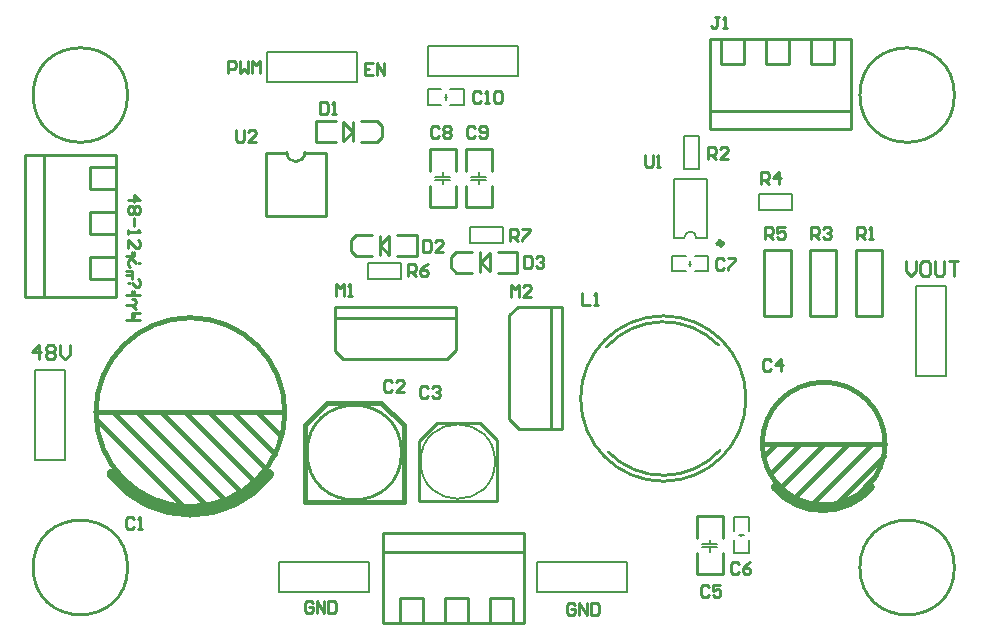
<source format=gto>
G04*
G04 #@! TF.GenerationSoftware,Altium Limited,Altium Designer,20.1.10 (176)*
G04*
G04 Layer_Color=65535*
%FSLAX25Y25*%
%MOIN*%
G70*
G04*
G04 #@! TF.SameCoordinates,0441287F-5BD0-46D5-AAFD-36AB4F102E54*
G04*
G04*
G04 #@! TF.FilePolarity,Positive*
G04*
G01*
G75*
%ADD10C,0.01000*%
%ADD11C,0.03937*%
%ADD12C,0.01500*%
%ADD13C,0.00787*%
%ADD14C,0.02900*%
%ADD15C,0.01968*%
%ADD16C,0.00800*%
%ADD17C,0.00600*%
D10*
X126748Y58000D02*
G03*
X126748Y58000I-15748J0D01*
G01*
X35433Y19685D02*
G03*
X35433Y19685I-15748J0D01*
G01*
X311024Y177165D02*
G03*
X311024Y177165I-15748J0D01*
G01*
X35433Y177165D02*
G03*
X35433Y177165I-15748J0D01*
G01*
X311024Y19685D02*
G03*
X311024Y19685I-15748J0D01*
G01*
X195611Y58204D02*
G03*
X232936Y58786I18389J17796D01*
G01*
X232389Y93796D02*
G03*
X195064Y93214I-18389J-17796D01*
G01*
X241559Y76000D02*
G03*
X241559Y76000I-27559J0D01*
G01*
X88500Y158000D02*
G03*
X94500Y158000I3000J0D01*
G01*
X109800Y125200D02*
Y128800D01*
Y125200D02*
X111500Y123500D01*
X116750D01*
X111500Y130500D02*
X116750D01*
X109800Y128800D02*
X111500Y130500D01*
X119440Y123830D02*
Y130310D01*
X131750Y123500D02*
Y130500D01*
X125250D02*
X131750D01*
X125250Y123500D02*
X131750D01*
X119440Y127150D02*
X122640Y123950D01*
Y130120D01*
X119600Y127080D02*
X122640Y130120D01*
X143300Y119700D02*
Y123300D01*
Y119700D02*
X145000Y118000D01*
X150250D01*
X145000Y125000D02*
X150250D01*
X143300Y123300D02*
X145000Y125000D01*
X152940Y118330D02*
Y124810D01*
X165250Y118000D02*
Y125000D01*
X158750D02*
X165250D01*
X158750Y118000D02*
X165250D01*
X152940Y121650D02*
X156140Y118450D01*
Y124620D01*
X153100Y121580D02*
X156140Y124620D01*
X120200Y163200D02*
Y166800D01*
X118500Y168500D02*
X120200Y166800D01*
X113250Y168500D02*
X118500D01*
X113250Y161500D02*
X118500D01*
X120200Y163200D01*
X110560Y161690D02*
Y168170D01*
X98250Y161500D02*
Y168500D01*
Y161500D02*
X104750D01*
X98250Y168500D02*
X104750D01*
X107360Y168050D02*
X110560Y164850D01*
X107360Y161880D02*
Y168050D01*
Y161880D02*
X110400Y164920D01*
X23000Y138250D02*
X31400D01*
X23000Y130750D02*
Y138250D01*
Y130750D02*
X31400D01*
X23000Y123250D02*
X31400D01*
X23000Y115750D02*
Y123250D01*
Y115750D02*
X31400D01*
X7500Y110000D02*
Y157100D01*
X1200Y110000D02*
X31400D01*
Y157100D01*
X1200D02*
X31400D01*
X1200Y110000D02*
Y157100D01*
X23000Y145750D02*
X31400D01*
X23000D02*
Y153250D01*
X31400D01*
X225100Y17354D02*
X233900D01*
X225100Y36843D02*
X233900D01*
X225100Y17354D02*
Y24500D01*
Y29500D02*
Y36646D01*
X233900Y29500D02*
Y36646D01*
Y17354D02*
Y24500D01*
X148750Y1100D02*
Y9500D01*
X141250D02*
X148750D01*
X141250Y1100D02*
Y9500D01*
X133750Y1100D02*
Y9500D01*
X126250D02*
X133750D01*
X126250Y1100D02*
Y9500D01*
X120500Y25000D02*
X167600D01*
X120500Y1100D02*
Y31300D01*
Y1100D02*
X167600D01*
Y31300D01*
X120500D02*
X167600D01*
X156250Y1100D02*
Y9500D01*
X163750D01*
Y1100D02*
Y9500D01*
X104500Y92000D02*
Y106600D01*
X145000D01*
X104500Y92000D02*
X107300Y89200D01*
X141900D01*
X145000Y92300D01*
Y106600D01*
X105100Y103000D02*
X144700D01*
X286900Y103350D02*
Y125650D01*
X278100Y103350D02*
Y125650D01*
X286900D01*
X278100Y103350D02*
X286900D01*
X132508Y42008D02*
Y61890D01*
X138610Y67992D01*
X152784D01*
X158492Y42008D02*
Y62283D01*
X132508Y42008D02*
X158492D01*
X152784Y67992D02*
X158492Y62283D01*
X165500Y106500D02*
X180100D01*
Y66000D02*
Y106500D01*
X162700Y103700D02*
X165500Y106500D01*
X162700Y69100D02*
Y103700D01*
Y69100D02*
X165800Y66000D01*
X180100D01*
X176500Y66300D02*
Y105900D01*
X271650Y103350D02*
Y125650D01*
X262850Y103350D02*
Y125650D01*
X271650D01*
X262850Y103350D02*
X271650D01*
X247600D02*
Y125650D01*
X256400Y103350D02*
Y125650D01*
X247600Y103350D02*
X256400D01*
X247600Y125650D02*
X256400D01*
X248250Y187500D02*
Y195900D01*
Y187500D02*
X255750D01*
Y195900D01*
X263250Y187500D02*
Y195900D01*
Y187500D02*
X270750D01*
Y195900D01*
X229400Y172000D02*
X276500D01*
Y165700D02*
Y195900D01*
X229400D02*
X276500D01*
X229400Y165700D02*
Y195900D01*
Y165700D02*
X276500D01*
X240750Y187500D02*
Y195900D01*
X233250Y187500D02*
X240750D01*
X233250D02*
Y195900D01*
X101500Y137000D02*
Y158000D01*
X81500Y137000D02*
X101500D01*
X81500D02*
Y158000D01*
X94500D02*
X101500D01*
X81500D02*
X88500D01*
X148100Y139854D02*
X156900D01*
X148100Y159343D02*
X156900D01*
X148100Y139854D02*
Y147000D01*
Y152000D02*
Y159146D01*
X156900Y152000D02*
Y159146D01*
Y139854D02*
Y147000D01*
X136100Y139854D02*
X144900D01*
X136100Y159343D02*
X144900D01*
X136100Y139854D02*
Y147000D01*
Y152000D02*
Y159146D01*
X144900Y152000D02*
Y159146D01*
Y139854D02*
Y147000D01*
X117124Y187936D02*
X114500D01*
Y184000D01*
X117124D01*
X114500Y185968D02*
X115812D01*
X118436Y184000D02*
Y187936D01*
X121060Y184000D01*
Y187936D01*
X69000Y184500D02*
Y188436D01*
X70968D01*
X71624Y187780D01*
Y186468D01*
X70968Y185812D01*
X69000D01*
X72936Y188436D02*
Y184500D01*
X74248Y185812D01*
X75560Y184500D01*
Y188436D01*
X76872Y184500D02*
Y188436D01*
X78183Y187124D01*
X79495Y188436D01*
Y184500D01*
X295000Y121723D02*
Y118574D01*
X296574Y117000D01*
X298149Y118574D01*
Y121723D01*
X302084D02*
X300510D01*
X299723Y120936D01*
Y117787D01*
X300510Y117000D01*
X302084D01*
X302871Y117787D01*
Y120936D01*
X302084Y121723D01*
X304446D02*
Y117787D01*
X305233Y117000D01*
X306807D01*
X307594Y117787D01*
Y121723D01*
X309169D02*
X312317D01*
X310743D01*
Y117000D01*
X5861Y89075D02*
Y93798D01*
X3500Y91436D01*
X6649D01*
X8223Y93010D02*
X9010Y93798D01*
X10584D01*
X11372Y93010D01*
Y92223D01*
X10584Y91436D01*
X11372Y90649D01*
Y89862D01*
X10584Y89075D01*
X9010D01*
X8223Y89862D01*
Y90649D01*
X9010Y91436D01*
X8223Y92223D01*
Y93010D01*
X9010Y91436D02*
X10584D01*
X12946Y93798D02*
Y90649D01*
X14520Y89075D01*
X16094Y90649D01*
Y93798D01*
X71700Y165436D02*
Y162156D01*
X72356Y161500D01*
X73668D01*
X74324Y162156D01*
Y165436D01*
X78260Y161500D02*
X75636D01*
X78260Y164124D01*
Y164780D01*
X77604Y165436D01*
X76292D01*
X75636Y164780D01*
X207800Y157136D02*
Y153856D01*
X208456Y153200D01*
X209768D01*
X210424Y153856D01*
Y157136D01*
X211736Y153200D02*
X213048D01*
X212392D01*
Y157136D01*
X211736Y156480D01*
X163000Y128500D02*
Y132436D01*
X164968D01*
X165624Y131780D01*
Y130468D01*
X164968Y129812D01*
X163000D01*
X164312D02*
X165624Y128500D01*
X166936Y132436D02*
X169560D01*
Y131780D01*
X166936Y129156D01*
Y128500D01*
X129000Y117000D02*
Y120936D01*
X130968D01*
X131624Y120280D01*
Y118968D01*
X130968Y118312D01*
X129000D01*
X130312D02*
X131624Y117000D01*
X135560Y120936D02*
X134248Y120280D01*
X132936Y118968D01*
Y117656D01*
X133592Y117000D01*
X134904D01*
X135560Y117656D01*
Y118312D01*
X134904Y118968D01*
X132936D01*
X248056Y129143D02*
Y133079D01*
X250024D01*
X250680Y132423D01*
Y131111D01*
X250024Y130455D01*
X248056D01*
X249368D02*
X250680Y129143D01*
X254616Y133079D02*
X251992D01*
Y131111D01*
X253304Y131767D01*
X253960D01*
X254616Y131111D01*
Y129799D01*
X253960Y129143D01*
X252648D01*
X251992Y129799D01*
X246600Y147500D02*
Y151436D01*
X248568D01*
X249224Y150780D01*
Y149468D01*
X248568Y148812D01*
X246600D01*
X247912D02*
X249224Y147500D01*
X252504D02*
Y151436D01*
X250536Y149468D01*
X253160D01*
X263350Y129100D02*
Y133036D01*
X265318D01*
X265974Y132380D01*
Y131068D01*
X265318Y130412D01*
X263350D01*
X264662D02*
X265974Y129100D01*
X267286Y132380D02*
X267942Y133036D01*
X269254D01*
X269910Y132380D01*
Y131724D01*
X269254Y131068D01*
X268598D01*
X269254D01*
X269910Y130412D01*
Y129756D01*
X269254Y129100D01*
X267942D01*
X267286Y129756D01*
X229000Y156000D02*
Y159936D01*
X230968D01*
X231624Y159280D01*
Y157968D01*
X230968Y157312D01*
X229000D01*
X230312D02*
X231624Y156000D01*
X235560D02*
X232936D01*
X235560Y158624D01*
Y159280D01*
X234904Y159936D01*
X233592D01*
X232936Y159280D01*
X278600Y129150D02*
Y133086D01*
X280568D01*
X281224Y132430D01*
Y131118D01*
X280568Y130462D01*
X278600D01*
X279912D02*
X281224Y129150D01*
X282536D02*
X283848D01*
X283192D01*
Y133086D01*
X282536Y132430D01*
X163200Y110000D02*
Y113936D01*
X164512Y112624D01*
X165824Y113936D01*
Y110000D01*
X169760D02*
X167136D01*
X169760Y112624D01*
Y113280D01*
X169104Y113936D01*
X167792D01*
X167136Y113280D01*
X105000Y110100D02*
Y114036D01*
X106312Y112724D01*
X107624Y114036D01*
Y110100D01*
X108936D02*
X110248D01*
X109592D01*
Y114036D01*
X108936Y113380D01*
X186900Y111036D02*
Y107100D01*
X189524D01*
X190836D02*
X192148D01*
X191492D01*
Y111036D01*
X190836Y110380D01*
X97124Y7780D02*
X96468Y8436D01*
X95156D01*
X94500Y7780D01*
Y5156D01*
X95156Y4500D01*
X96468D01*
X97124Y5156D01*
Y6468D01*
X95812D01*
X98436Y4500D02*
Y8436D01*
X101060Y4500D01*
Y8436D01*
X102372D02*
Y4500D01*
X104339D01*
X104995Y5156D01*
Y7780D01*
X104339Y8436D01*
X102372D01*
X184624Y7280D02*
X183968Y7936D01*
X182656D01*
X182000Y7280D01*
Y4656D01*
X182656Y4000D01*
X183968D01*
X184624Y4656D01*
Y5968D01*
X183312D01*
X185936Y4000D02*
Y7936D01*
X188560Y4000D01*
Y7936D01*
X189872D02*
Y4000D01*
X191839D01*
X192495Y4656D01*
Y7280D01*
X191839Y7936D01*
X189872D01*
X232524Y203336D02*
X231212D01*
X231868D01*
Y200056D01*
X231212Y199400D01*
X230556D01*
X229900Y200056D01*
X233836Y199400D02*
X235148D01*
X234492D01*
Y203336D01*
X233836Y202680D01*
X167500Y123436D02*
Y119500D01*
X169468D01*
X170124Y120156D01*
Y122780D01*
X169468Y123436D01*
X167500D01*
X171436Y122780D02*
X172092Y123436D01*
X173404D01*
X174060Y122780D01*
Y122124D01*
X173404Y121468D01*
X172748D01*
X173404D01*
X174060Y120812D01*
Y120156D01*
X173404Y119500D01*
X172092D01*
X171436Y120156D01*
X134000Y128936D02*
Y125000D01*
X135968D01*
X136624Y125656D01*
Y128280D01*
X135968Y128936D01*
X134000D01*
X140560Y125000D02*
X137936D01*
X140560Y127624D01*
Y128280D01*
X139904Y128936D01*
X138592D01*
X137936Y128280D01*
X99500Y174936D02*
Y171000D01*
X101468D01*
X102124Y171656D01*
Y174280D01*
X101468Y174936D01*
X99500D01*
X103436Y171000D02*
X104748D01*
X104092D01*
Y174936D01*
X103436Y174280D01*
X153124Y177780D02*
X152468Y178436D01*
X151156D01*
X150500Y177780D01*
Y175156D01*
X151156Y174500D01*
X152468D01*
X153124Y175156D01*
X154436Y174500D02*
X155748D01*
X155092D01*
Y178436D01*
X154436Y177780D01*
X157715D02*
X158371Y178436D01*
X159683D01*
X160339Y177780D01*
Y175156D01*
X159683Y174500D01*
X158371D01*
X157715Y175156D01*
Y177780D01*
X151180Y166115D02*
X150524Y166771D01*
X149212D01*
X148556Y166115D01*
Y163491D01*
X149212Y162835D01*
X150524D01*
X151180Y163491D01*
X152492D02*
X153148Y162835D01*
X154460D01*
X155116Y163491D01*
Y166115D01*
X154460Y166771D01*
X153148D01*
X152492Y166115D01*
Y165459D01*
X153148Y164803D01*
X155116D01*
X139180Y166115D02*
X138524Y166771D01*
X137212D01*
X136556Y166115D01*
Y163491D01*
X137212Y162835D01*
X138524D01*
X139180Y163491D01*
X140492Y166115D02*
X141148Y166771D01*
X142460D01*
X143116Y166115D01*
Y165459D01*
X142460Y164803D01*
X143116Y164147D01*
Y163491D01*
X142460Y162835D01*
X141148D01*
X140492Y163491D01*
Y164147D01*
X141148Y164803D01*
X140492Y165459D01*
Y166115D01*
X141148Y164803D02*
X142460D01*
X234124Y122280D02*
X233468Y122936D01*
X232156D01*
X231500Y122280D01*
Y119656D01*
X232156Y119000D01*
X233468D01*
X234124Y119656D01*
X235436Y122936D02*
X238060D01*
Y122280D01*
X235436Y119656D01*
Y119000D01*
X239124Y20780D02*
X238468Y21436D01*
X237156D01*
X236500Y20780D01*
Y18156D01*
X237156Y17500D01*
X238468D01*
X239124Y18156D01*
X243060Y21436D02*
X241748Y20780D01*
X240436Y19468D01*
Y18156D01*
X241092Y17500D01*
X242404D01*
X243060Y18156D01*
Y18812D01*
X242404Y19468D01*
X240436D01*
X229124Y13280D02*
X228468Y13936D01*
X227156D01*
X226500Y13280D01*
Y10656D01*
X227156Y10000D01*
X228468D01*
X229124Y10656D01*
X233060Y13936D02*
X230436D01*
Y11968D01*
X231748Y12624D01*
X232404D01*
X233060Y11968D01*
Y10656D01*
X232404Y10000D01*
X231092D01*
X230436Y10656D01*
X249824Y88480D02*
X249168Y89136D01*
X247856D01*
X247200Y88480D01*
Y85856D01*
X247856Y85200D01*
X249168D01*
X249824Y85856D01*
X253104Y85200D02*
Y89136D01*
X251136Y87168D01*
X253760D01*
X135624Y79580D02*
X134968Y80236D01*
X133656D01*
X133000Y79580D01*
Y76956D01*
X133656Y76300D01*
X134968D01*
X135624Y76956D01*
X136936Y79580D02*
X137592Y80236D01*
X138904D01*
X139560Y79580D01*
Y78924D01*
X138904Y78268D01*
X138248D01*
X138904D01*
X139560Y77612D01*
Y76956D01*
X138904Y76300D01*
X137592D01*
X136936Y76956D01*
X123624Y81532D02*
X122968Y82188D01*
X121656D01*
X121000Y81532D01*
Y78908D01*
X121656Y78252D01*
X122968D01*
X123624Y78908D01*
X127560Y78252D02*
X124936D01*
X127560Y80876D01*
Y81532D01*
X126904Y82188D01*
X125592D01*
X124936Y81532D01*
X37624Y35780D02*
X36968Y36436D01*
X35656D01*
X35000Y35780D01*
Y33156D01*
X35656Y32500D01*
X36968D01*
X37624Y33156D01*
X38936Y32500D02*
X40248D01*
X39592D01*
Y36436D01*
X38936Y35780D01*
X35500Y142032D02*
X39436D01*
X37468Y144000D01*
Y141376D01*
X38780Y140064D02*
X39436Y139408D01*
Y138096D01*
X38780Y137440D01*
X38124D01*
X37468Y138096D01*
X36812Y137440D01*
X36156D01*
X35500Y138096D01*
Y139408D01*
X36156Y140064D01*
X36812D01*
X37468Y139408D01*
X38124Y140064D01*
X38780D01*
X37468Y139408D02*
Y138096D01*
Y136128D02*
Y133505D01*
X35500Y132193D02*
Y130881D01*
Y131537D01*
X39436D01*
X38780Y132193D01*
X35500Y126289D02*
Y128913D01*
X38124Y126289D01*
X38780D01*
X39436Y126945D01*
Y128257D01*
X38780Y128913D01*
X37468Y124977D02*
Y123665D01*
X34844D01*
X36812Y124977D02*
Y123665D01*
X36156Y119730D02*
X35500Y120386D01*
Y121697D01*
X36156Y122353D01*
X36812D01*
X38124Y121042D01*
X38780D02*
X39436D01*
X36812Y115794D02*
Y118418D01*
X34844D01*
X36812Y117106D02*
X34844D01*
X38780Y115794D02*
X39436Y115138D01*
Y113826D01*
X38780Y113170D01*
X38124D01*
X36812Y114482D01*
X36156D02*
X35500D01*
X37468Y111858D02*
Y110546D01*
X36812Y111858D02*
Y110546D01*
X39436D02*
X34844D01*
X36812Y109234D02*
X37468D01*
X38124Y108578D01*
Y107922D01*
X37468Y107266D01*
X34844D01*
X36812D02*
X38124Y105955D01*
X36812Y103331D02*
Y104643D01*
X39436D01*
X37468Y103331D02*
Y104643D01*
X36812Y103331D02*
Y102019D01*
X39436D02*
X34844D01*
D11*
X30469Y50756D02*
G03*
X82231Y50756I25881J20705D01*
G01*
D12*
X87846Y71461D02*
G03*
X87846Y71461I-31496J0D01*
G01*
X287922Y60977D02*
G03*
X287922Y60977I-20472J0D01*
G01*
X94465Y41465D02*
X127535D01*
X94465Y67055D02*
X101945Y74535D01*
X94465Y41465D02*
Y67055D01*
X127535Y41465D02*
Y67055D01*
X120055Y74535D02*
X127535Y67055D01*
X101945Y74535D02*
X120055D01*
X25100Y68861D02*
X53750Y40211D01*
X30500Y71461D02*
X61500Y40461D01*
X38500Y71461D02*
X67500Y42461D01*
X46500Y71461D02*
X72500Y45461D01*
X54500Y71461D02*
X77750Y48211D01*
X62500Y71461D02*
X81500Y52461D01*
X70500Y71461D02*
X84500Y57461D01*
X78500Y71461D02*
X86500Y63461D01*
X25000Y71461D02*
X87700D01*
X255493Y60977D02*
X255521D01*
X247493Y60977D02*
X247521D01*
X247041D02*
X287470D01*
X251477D02*
X251500D01*
X255477D02*
X255493Y60977D01*
X259477D02*
X259500Y60977D01*
X271477D02*
X271500D01*
X283477D02*
X283500D01*
X287477Y60977D02*
X287922Y60977D01*
X277500Y43000D02*
X285000Y50500D01*
X253500Y47000D02*
X267500Y61000D01*
X259477Y60977D02*
X259477D01*
X249500Y51000D02*
X259477Y60977D01*
X247500Y57000D02*
X251477Y60977D01*
X275477D02*
X275500D01*
X257500Y43000D02*
X275477Y60977D01*
X263500Y41000D02*
X283477Y60977D01*
X271500Y41000D02*
X287500Y57000D01*
D13*
X157902Y55000D02*
G03*
X157902Y55000I-12402J0D01*
G01*
X82000Y181500D02*
Y191500D01*
X112000D01*
Y181500D02*
Y191500D01*
X82000Y181500D02*
X112000D01*
X172000Y21500D02*
X202000D01*
X172000Y11500D02*
Y21500D01*
Y11500D02*
X202000D01*
Y21500D01*
X308150Y83425D02*
Y113425D01*
X298150D02*
X308150D01*
X298150Y83425D02*
Y113425D01*
Y83425D02*
X308150D01*
X14500Y55500D02*
Y85500D01*
X4500D02*
X14500D01*
X4500Y55500D02*
Y85500D01*
Y55500D02*
X14500D01*
X228500Y129657D02*
Y149343D01*
X217500Y129657D02*
Y149343D01*
X228500D01*
X135500Y193500D02*
X165500D01*
X135500Y183500D02*
Y193500D01*
Y183500D02*
X165500D01*
Y193500D01*
X86000Y21500D02*
X116000D01*
X86000Y11500D02*
Y21500D01*
Y11500D02*
X116000D01*
Y21500D01*
D14*
X251338Y46500D02*
G03*
X283000Y46500I15831J13896D01*
G01*
D15*
X233608Y127689D02*
G03*
X233608Y127689I-608J0D01*
G01*
D16*
X223000Y131658D02*
G03*
X221000Y129657I0J-2000D01*
G01*
X225000Y129657D02*
G03*
X223000Y131658I-2000J0D01*
G01*
X226059Y152500D02*
Y163500D01*
X220941D02*
X226059D01*
X220941Y152500D02*
Y163500D01*
Y152500D02*
X226059D01*
X217000Y118441D02*
Y123559D01*
X229000Y118441D02*
Y123559D01*
X224500Y118441D02*
X229000D01*
X224500Y123559D02*
X229000D01*
X217000Y118441D02*
X221500D01*
X217000Y123559D02*
X221500D01*
X115500Y121059D02*
X126500D01*
X115500Y115941D02*
Y121059D01*
Y115941D02*
X126500D01*
Y121059D01*
X149500Y133059D02*
X160500D01*
X149500Y127941D02*
Y133059D01*
Y127941D02*
X160500D01*
Y133059D01*
X135500Y173941D02*
Y179059D01*
X147500Y173941D02*
Y179059D01*
X143000Y173941D02*
X147500D01*
X143000Y179059D02*
X147500D01*
X135500Y173941D02*
X140000D01*
X135500Y179059D02*
X140000D01*
X242559Y32000D02*
Y36500D01*
X237441Y32000D02*
Y36500D01*
X242559Y24500D02*
Y29000D01*
X237441Y24500D02*
Y29000D01*
Y24500D02*
X242559D01*
X237441Y36500D02*
X242559D01*
X217500Y129657D02*
X221000D01*
X225000D02*
X228500D01*
X246000Y138941D02*
Y144059D01*
X257000D01*
Y138941D02*
Y144059D01*
X246000Y138941D02*
X257000D01*
D17*
X223000Y120100D02*
Y121900D01*
Y121000D02*
X223300D01*
X222700D02*
X223000D01*
X141500Y175600D02*
Y177400D01*
Y176500D02*
X141800D01*
X141200D02*
X141500D01*
X229500Y25000D02*
Y26500D01*
Y27500D02*
Y29000D01*
X227000Y27500D02*
X232000D01*
X227000Y26500D02*
X232000D01*
X240000Y30500D02*
Y30800D01*
Y30200D02*
Y30500D01*
X239100D02*
X240900D01*
X152500Y147500D02*
Y149000D01*
Y150000D02*
Y151500D01*
X150000Y150000D02*
X155000D01*
X150000Y149000D02*
X155000D01*
X140500Y147500D02*
Y149000D01*
Y150000D02*
Y151500D01*
X138000Y150000D02*
X143000D01*
X138000Y149000D02*
X143000D01*
M02*

</source>
